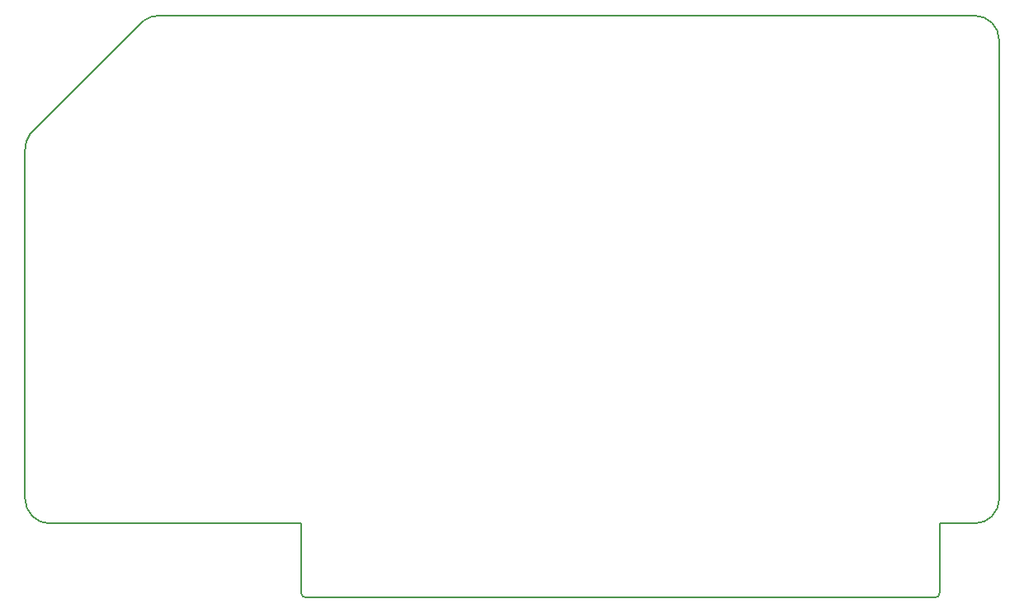
<source format=gm1>
G04 #@! TF.GenerationSoftware,KiCad,Pcbnew,7.0.10*
G04 #@! TF.CreationDate,2024-03-18T20:49:12-04:00*
G04 #@! TF.ProjectId,GR8RAM,47523852-414d-42e6-9b69-6361645f7063,1.0*
G04 #@! TF.SameCoordinates,Original*
G04 #@! TF.FileFunction,Profile,NP*
%FSLAX46Y46*%
G04 Gerber Fmt 4.6, Leading zero omitted, Abs format (unit mm)*
G04 Created by KiCad (PCBNEW 7.0.10) date 2024-03-18 20:49:12*
%MOMM*%
%LPD*%
G01*
G04 APERTURE LIST*
G04 #@! TA.AperFunction,Profile*
%ADD10C,0.150000*%
G04 #@! TD*
G04 APERTURE END LIST*
D10*
X57785000Y-80391000D02*
X46101001Y-92074999D01*
X143002000Y-132080000D02*
X139446000Y-132080000D01*
X45593000Y-129540000D02*
X45593000Y-93599000D01*
X45593000Y-129540000D02*
G75*
G03*
X48133000Y-132080000I2540000J0D01*
G01*
X138938000Y-139700000D02*
X74422000Y-139700000D01*
X143002000Y-132080000D02*
G75*
G03*
X145542000Y-129540000I0J2540000D01*
G01*
X138938000Y-139700000D02*
G75*
G03*
X139446000Y-139192000I0J508000D01*
G01*
X59309000Y-79883000D02*
G75*
G03*
X57785000Y-80391000I0J-2540000D01*
G01*
X73914000Y-139192000D02*
G75*
G03*
X74422000Y-139700000I508000J0D01*
G01*
X48133000Y-132080000D02*
X73914000Y-132080000D01*
X145542000Y-82423000D02*
G75*
G03*
X143002000Y-79883000I-2540000J0D01*
G01*
X145542000Y-82423000D02*
X145542000Y-129540000D01*
X139446000Y-132080000D02*
X139446000Y-139192000D01*
X59309000Y-79883000D02*
X143002000Y-79883000D01*
X73914000Y-132080000D02*
X73914000Y-139192000D01*
X46101001Y-92074999D02*
G75*
G03*
X45593000Y-93599000I2031999J-1524001D01*
G01*
M02*

</source>
